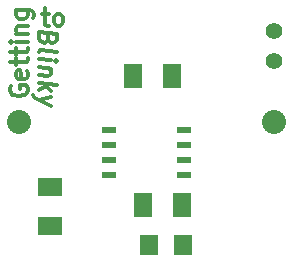
<source format=gts>
G04 (created by PCBNEW (2013-05-31 BZR 4019)-stable) date 10/6/2013 10:31:21 PM*
%MOIN*%
G04 Gerber Fmt 3.4, Leading zero omitted, Abs format*
%FSLAX34Y34*%
G01*
G70*
G90*
G04 APERTURE LIST*
%ADD10C,0.00590551*%
%ADD11C,0.011811*%
%ADD12R,0.045X0.02*%
%ADD13R,0.06X0.08*%
%ADD14R,0.08X0.06*%
%ADD15C,0.055*%
%ADD16R,0.0629X0.0709*%
%ADD17C,0.08*%
G04 APERTURE END LIST*
G54D10*
G54D11*
X25520Y-25624D02*
X25492Y-25705D01*
X25464Y-25729D01*
X25407Y-25751D01*
X25323Y-25740D01*
X25267Y-25705D01*
X25239Y-25673D01*
X25210Y-25613D01*
X25210Y-25389D01*
X25801Y-25462D01*
X25801Y-25659D01*
X25773Y-25712D01*
X25745Y-25737D01*
X25689Y-25758D01*
X25632Y-25751D01*
X25576Y-25715D01*
X25548Y-25684D01*
X25520Y-25624D01*
X25520Y-25427D01*
X25210Y-26063D02*
X25239Y-26011D01*
X25295Y-25990D01*
X25801Y-26053D01*
X25210Y-26288D02*
X25604Y-26338D01*
X25801Y-26362D02*
X25773Y-26331D01*
X25745Y-26355D01*
X25773Y-26387D01*
X25801Y-26362D01*
X25745Y-26355D01*
X25604Y-26619D02*
X25210Y-26570D01*
X25548Y-26612D02*
X25576Y-26643D01*
X25604Y-26703D01*
X25604Y-26788D01*
X25576Y-26840D01*
X25520Y-26861D01*
X25210Y-26823D01*
X25210Y-27104D02*
X25801Y-27178D01*
X25435Y-27188D02*
X25210Y-27329D01*
X25604Y-27378D02*
X25379Y-27125D01*
X25604Y-27575D02*
X25210Y-27666D01*
X25604Y-27856D02*
X25210Y-27666D01*
X25070Y-27593D01*
X25042Y-27561D01*
X25014Y-27501D01*
X25320Y-24795D02*
X25545Y-24795D01*
X25404Y-24598D02*
X25404Y-25104D01*
X25432Y-25160D01*
X25489Y-25189D01*
X25545Y-25189D01*
X25826Y-25189D02*
X25770Y-25160D01*
X25742Y-25132D01*
X25714Y-25076D01*
X25714Y-24907D01*
X25742Y-24851D01*
X25770Y-24823D01*
X25826Y-24795D01*
X25910Y-24795D01*
X25967Y-24823D01*
X25995Y-24851D01*
X26023Y-24907D01*
X26023Y-25076D01*
X25995Y-25132D01*
X25967Y-25160D01*
X25910Y-25189D01*
X25826Y-25189D01*
X24276Y-27200D02*
X24248Y-27256D01*
X24248Y-27340D01*
X24276Y-27425D01*
X24332Y-27481D01*
X24389Y-27509D01*
X24501Y-27537D01*
X24585Y-27537D01*
X24698Y-27509D01*
X24754Y-27481D01*
X24810Y-27425D01*
X24839Y-27340D01*
X24839Y-27284D01*
X24810Y-27200D01*
X24782Y-27171D01*
X24585Y-27171D01*
X24585Y-27284D01*
X24810Y-26693D02*
X24839Y-26750D01*
X24839Y-26862D01*
X24810Y-26918D01*
X24754Y-26946D01*
X24529Y-26946D01*
X24473Y-26918D01*
X24445Y-26862D01*
X24445Y-26750D01*
X24473Y-26693D01*
X24529Y-26665D01*
X24585Y-26665D01*
X24642Y-26946D01*
X24445Y-26497D02*
X24445Y-26272D01*
X24248Y-26412D02*
X24754Y-26412D01*
X24810Y-26384D01*
X24839Y-26328D01*
X24839Y-26272D01*
X24445Y-26159D02*
X24445Y-25934D01*
X24248Y-26075D02*
X24754Y-26075D01*
X24810Y-26047D01*
X24839Y-25990D01*
X24839Y-25934D01*
X24839Y-25737D02*
X24445Y-25737D01*
X24248Y-25737D02*
X24276Y-25765D01*
X24304Y-25737D01*
X24276Y-25709D01*
X24248Y-25737D01*
X24304Y-25737D01*
X24445Y-25456D02*
X24839Y-25456D01*
X24501Y-25456D02*
X24473Y-25428D01*
X24445Y-25372D01*
X24445Y-25287D01*
X24473Y-25231D01*
X24529Y-25203D01*
X24839Y-25203D01*
X24445Y-24669D02*
X24923Y-24669D01*
X24979Y-24697D01*
X25007Y-24725D01*
X25035Y-24781D01*
X25035Y-24865D01*
X25007Y-24922D01*
X24810Y-24669D02*
X24839Y-24725D01*
X24839Y-24837D01*
X24810Y-24894D01*
X24782Y-24922D01*
X24726Y-24950D01*
X24557Y-24950D01*
X24501Y-24922D01*
X24473Y-24894D01*
X24445Y-24837D01*
X24445Y-24725D01*
X24473Y-24669D01*
G54D12*
X30050Y-28650D03*
X30050Y-29150D03*
X30050Y-29650D03*
X30050Y-30150D03*
X27550Y-30150D03*
X27550Y-29650D03*
X27550Y-29150D03*
X27550Y-28650D03*
G54D13*
X28700Y-31150D03*
X30000Y-31150D03*
X29650Y-26850D03*
X28350Y-26850D03*
G54D14*
X25600Y-30550D03*
X25600Y-31850D03*
G54D15*
X33050Y-26350D03*
X33050Y-25350D03*
G54D16*
X28891Y-32500D03*
X30009Y-32500D03*
G54D17*
X24550Y-28400D03*
X33050Y-28400D03*
M02*

</source>
